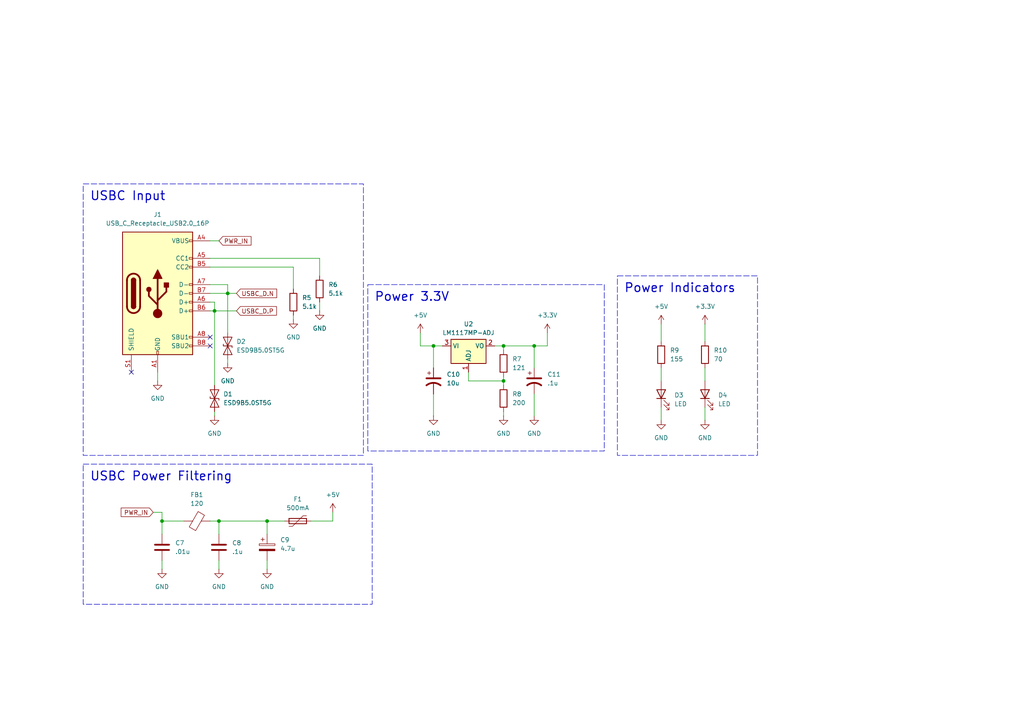
<source format=kicad_sch>
(kicad_sch (version 20250114) (generator "eeschema") (generator_version "9.0")
  (paper "A4")
  (lib_symbols
    (symbol "Connector:USB_C_Receptacle_USB2.0_16P" (pin_names (offset 1.016))
      (property "Reference" "J" (at 0 22.225 0))
      (property "Value" "USB_C_Receptacle_USB2.0_16P" (at 0 19.685 0))
      (symbol "USB_C_Receptacle_USB2.0_16P_0_0"
        (rectangle (start -0.254 -17.78) (end 0.254 -16.764))
        (rectangle (start 10.16 15.494) (end 9.144 14.986))
        (rectangle (start 10.16 10.414) (end 9.144 9.906))
        (rectangle (start 10.16 7.874) (end 9.144 7.366))
        (rectangle (start 10.16 2.794) (end 9.144 2.286))
        (rectangle (start 10.16 0.254) (end 9.144 -0.254))
        (rectangle (start 10.16 -2.286) (end 9.144 -2.794))
        (rectangle (start 10.16 -4.826) (end 9.144 -5.334))
        (rectangle (start 10.16 -12.446) (end 9.144 -12.954))
        (rectangle (start 10.16 -14.986) (end 9.144 -15.494))
      )
      (symbol "USB_C_Receptacle_USB2.0_16P_0_1"
        (rectangle (start -10.16 17.78) (end 10.16 -17.78) (stroke (width 0.254)) (fill (type background)))
        (polyline (pts (xy -8.89 -3.81) (xy -8.89 3.81)) (stroke (width 0.508)))
        (rectangle (start -7.62 -3.81) (end -6.35 3.81) (stroke (width 0.254)) (fill (type outline)))
        (arc (start -7.62 3.81) (mid -6.985 4.4423) (end -6.35 3.81) (stroke (width 0.254)))
        (arc (start -7.62 3.81) (mid -6.985 4.4423) (end -6.35 3.81) (stroke (width 0.254)) (fill (type outline)))
        (arc (start -8.89 3.81) (mid -6.985 5.7067) (end -5.08 3.81) (stroke (width 0.508)))
        (arc (start -5.08 -3.81) (mid -6.985 -5.7067) (end -8.89 -3.81) (stroke (width 0.508)))
        (arc (start -6.35 -3.81) (mid -6.985 -4.4423) (end -7.62 -3.81) (stroke (width 0.254)))
        (arc (start -6.35 -3.81) (mid -6.985 -4.4423) (end -7.62 -3.81) (stroke (width 0.254)) (fill (type outline)))
        (polyline (pts (xy -5.08 3.81) (xy -5.08 -3.81)) (stroke (width 0.508)))
        (circle (center -2.54 1.143) (radius 0.635) (stroke (width 0.254)) (fill (type outline)))
        (polyline (pts (xy -1.27 4.318) (xy 0 6.858) (xy 1.27 4.318) (xy -1.27 4.318)) (stroke (width 0.254)) (fill (type outline)))
        (polyline (pts (xy 0 -2.032) (xy 2.54 0.508) (xy 2.54 1.778)) (stroke (width 0.508)))
        (polyline (pts (xy 0 -3.302) (xy -2.54 -0.762) (xy -2.54 0.508)) (stroke (width 0.508)))
        (polyline (pts (xy 0 -5.842) (xy 0 4.318)) (stroke (width 0.508)))
        (circle (center 0 -5.842) (radius 1.27) (fill (type outline)))
        (rectangle (start 1.905 1.778) (end 3.175 3.048) (stroke (width 0.254)) (fill (type outline)))
      )
      (symbol "USB_C_Receptacle_USB2.0_16P_1_1"
        (pin passive line (at -7.62 -22.86 90) (length 5.08) (name "SHIELD") (number "S1"))
        (pin passive line (at 0 -22.86 90) (length 5.08) (name "GND") (number "A1"))
        (pin passive line (at 0 -22.86 90) (length 5.08) (hide yes) (name "GND") (number "A12"))
        (pin passive line (at 0 -22.86 90) (length 5.08) (hide yes) (name "GND") (number "B1"))
        (pin passive line (at 0 -22.86 90) (length 5.08) (hide yes) (name "GND") (number "B12"))
        (pin passive line (at 15.24 15.24 180) (length 5.08) (name "VBUS") (number "A4"))
        (pin passive line (at 15.24 15.24 180) (length 5.08) (hide yes) (name "VBUS") (number "A9"))
        (pin passive line (at 15.24 15.24 180) (length 5.08) (hide yes) (name "VBUS") (number "B4"))
        (pin passive line (at 15.24 15.24 180) (length 5.08) (hide yes) (name "VBUS") (number "B9"))
        (pin bidirectional line (at 15.24 10.16 180) (length 5.08) (name "CC1") (number "A5"))
        (pin bidirectional line (at 15.24 7.62 180) (length 5.08) (name "CC2") (number "B5"))
        (pin bidirectional line (at 15.24 2.54 180) (length 5.08) (name "D-") (number "A7"))
        (pin bidirectional line (at 15.24 0 180) (length 5.08) (name "D-") (number "B7"))
        (pin bidirectional line (at 15.24 -2.54 180) (length 5.08) (name "D+") (number "A6"))
        (pin bidirectional line (at 15.24 -5.08 180) (length 5.08) (name "D+") (number "B6"))
        (pin bidirectional line (at 15.24 -12.7 180) (length 5.08) (name "SBU1") (number "A8"))
        (pin bidirectional line (at 15.24 -15.24 180) (length 5.08) (name "SBU2") (number "B8"))
      )
    )
    (symbol "Device:C" (pin_numbers (hide yes)) (pin_names (offset 0.254))
      (property "Reference" "C" (at 0.635 2.54 0))
      (property "Value" "C" (at 0.635 -2.54 0))
      (symbol "C_0_1"
        (polyline (pts (xy -2.032 0.762) (xy 2.032 0.762)) (stroke (width 0.508)))
        (polyline (pts (xy -2.032 -0.762) (xy 2.032 -0.762)) (stroke (width 0.508)))
      )
      (symbol "C_1_1"
        (pin passive line (at 0 3.81 270) (length 2.794) (name "~") (number "1"))
        (pin passive line (at 0 -3.81 90) (length 2.794) (name "~") (number "2"))
      )
    )
    (symbol "Device:C_Polarized" (pin_numbers (hide yes)) (pin_names (offset 0.254))
      (property "Reference" "C" (at 0.635 2.54 0))
      (property "Value" "C_Polarized" (at 0.635 -2.54 0))
      (symbol "C_Polarized_0_1"
        (rectangle (start -2.286 0.508) (end 2.286 1.016))
        (polyline (pts (xy -1.778 2.286) (xy -0.762 2.286)))
        (polyline (pts (xy -1.27 2.794) (xy -1.27 1.778)))
        (rectangle (start 2.286 -0.508) (end -2.286 -1.016) (fill (type outline)))
      )
      (symbol "C_Polarized_1_1"
        (pin passive line (at 0 3.81 270) (length 2.794) (name "~") (number "1"))
        (pin passive line (at 0 -3.81 90) (length 2.794) (name "~") (number "2"))
      )
    )
    (symbol "Device:C_Polarized_US" (pin_numbers (hide yes)) (pin_names (offset 0.254) (hide yes))
      (property "Reference" "C" (at 0.635 2.54 0))
      (property "Value" "C_Polarized_US" (at 0.635 -2.54 0))
      (symbol "C_Polarized_US_0_1"
        (polyline (pts (xy -2.032 0.762) (xy 2.032 0.762)) (stroke (width 0.508)))
        (polyline (pts (xy -1.778 2.286) (xy -0.762 2.286)))
        (polyline (pts (xy -1.27 1.778) (xy -1.27 2.794)))
        (arc (start -2.032 -1.27) (mid 0 -0.5572) (end 2.032 -1.27) (stroke (width 0.508)))
      )
      (symbol "C_Polarized_US_1_1"
        (pin passive line (at 0 3.81 270) (length 2.794) (name "~") (number "1"))
        (pin passive line (at 0 -3.81 90) (length 3.302) (name "~") (number "2"))
      )
    )
    (symbol "Device:FerriteBead" (pin_numbers (hide yes)) (pin_names (offset 0))
      (property "Reference" "FB" (at -3.81 0.635 90))
      (property "Value" "FerriteBead" (at 3.81 0 90))
      (symbol "FerriteBead_0_1"
        (polyline (pts (xy -2.7686 0.4064) (xy -1.7018 2.2606) (xy 2.7686 -0.3048) (xy 1.6764 -2.159) (xy -2.7686 0.4064)))
        (polyline (pts (xy 0 1.27) (xy 0 1.2954)))
        (polyline (pts (xy 0 -1.27) (xy 0 -1.2192)))
      )
      (symbol "FerriteBead_1_1"
        (pin passive line (at 0 3.81 270) (length 2.54) (name "~") (number "1"))
        (pin passive line (at 0 -3.81 90) (length 2.54) (name "~") (number "2"))
      )
    )
    (symbol "Device:LED" (pin_numbers (hide yes)) (pin_names (offset 1.016) (hide yes))
      (property "Reference" "D" (at 0 2.54 0))
      (property "Value" "LED" (at 0 -2.54 0))
      (symbol "LED_0_1"
        (polyline (pts (xy -3.048 -0.762) (xy -4.572 -2.286) (xy -3.81 -2.286) (xy -4.572 -2.286) (xy -4.572 -1.524)))
        (polyline (pts (xy -1.778 -0.762) (xy -3.302 -2.286) (xy -2.54 -2.286) (xy -3.302 -2.286) (xy -3.302 -1.524)))
        (polyline (pts (xy -1.27 0) (xy 1.27 0)))
        (polyline (pts (xy -1.27 -1.27) (xy -1.27 1.27)) (stroke (width 0.254)))
        (polyline (pts (xy 1.27 -1.27) (xy 1.27 1.27) (xy -1.27 0) (xy 1.27 -1.27)) (stroke (width 0.254)))
      )
      (symbol "LED_1_1"
        (pin passive line (at -3.81 0 0) (length 2.54) (name "K") (number "1"))
        (pin passive line (at 3.81 0 180) (length 2.54) (name "A") (number "2"))
      )
    )
    (symbol "Device:Polyfuse" (pin_numbers (hide yes)) (pin_names (offset 0))
      (property "Reference" "F" (at -2.54 0 90))
      (property "Value" "Polyfuse" (at 2.54 0 90))
      (symbol "Polyfuse_0_1"
        (polyline (pts (xy -1.524 2.54) (xy -1.524 1.524) (xy 1.524 -1.524) (xy 1.524 -2.54)))
        (rectangle (start -0.762 2.54) (end 0.762 -2.54) (stroke (width 0.254)))
        (polyline (pts (xy 0 2.54) (xy 0 -2.54)))
      )
      (symbol "Polyfuse_1_1"
        (pin passive line (at 0 3.81 270) (length 1.27) (name "~") (number "1"))
        (pin passive line (at 0 -3.81 90) (length 1.27) (name "~") (number "2"))
      )
    )
    (symbol "Device:R" (pin_numbers (hide yes)) (pin_names (offset 0))
      (property "Reference" "R" (at 2.032 0 90))
      (property "Value" "R" (at 0 0 90))
      (symbol "R_0_1"
        (rectangle (start -1.016 -2.54) (end 1.016 2.54) (stroke (width 0.254)))
      )
      (symbol "R_1_1"
        (pin passive line (at 0 3.81 270) (length 1.27) (name "~") (number "1"))
        (pin passive line (at 0 -3.81 90) (length 1.27) (name "~") (number "2"))
      )
    )
    (symbol "Diode:ESD9B5.0ST5G" (pin_numbers (hide yes)) (pin_names (offset 1.016) (hide yes))
      (property "Reference" "D" (at 0 2.54 0))
      (property "Value" "ESD9B5.0ST5G" (at 0 -2.54 0))
      (symbol "ESD9B5.0ST5G_0_1"
        (polyline (pts (xy -2.54 -1.27) (xy 0 0) (xy -2.54 1.27) (xy -2.54 -1.27)) (stroke (width 0.2032)))
        (polyline (pts (xy 0.508 1.27) (xy 0 1.27) (xy 0 -1.27) (xy -0.508 -1.27)) (stroke (width 0.2032)))
        (polyline (pts (xy 1.27 0) (xy -1.27 0)))
        (polyline (pts (xy 2.54 1.27) (xy 2.54 -1.27) (xy 0 0) (xy 2.54 1.27)) (stroke (width 0.2032)))
      )
      (symbol "ESD9B5.0ST5G_1_1"
        (pin passive line (at -3.81 0 0) (length 2.54) (name "A1") (number "1"))
        (pin passive line (at 3.81 0 180) (length 2.54) (name "A2") (number "2"))
      )
    )
    (symbol "Regulator_Linear:LM1117MP-ADJ"
      (property "Reference" "U" (at -3.81 3.175 0))
      (property "Value" "LM1117MP-ADJ" (at 0 3.175 0))
      (symbol "LM1117MP-ADJ_0_1"
        (rectangle (start -5.08 -5.08) (end 5.08 1.905) (stroke (width 0.254)) (fill (type background)))
      )
      (symbol "LM1117MP-ADJ_1_1"
        (pin power_in line (at -7.62 0 0) (length 2.54) (name "VI") (number "3"))
        (pin input line (at 0 -7.62 90) (length 2.54) (name "ADJ") (number "1"))
        (pin power_out line (at 7.62 0 180) (length 2.54) (name "VO") (number "2"))
      )
    )
    (symbol "power:+3.3V" (power) (pin_numbers (hide yes)) (pin_names (offset 0) (hide yes))
      (property "Value" "+3.3V" (at 0 3.556 0))
      (symbol "+3.3V_0_1"
        (polyline (pts (xy -0.762 1.27) (xy 0 2.54)))
        (polyline (pts (xy 0 2.54) (xy 0.762 1.27)))
        (polyline (pts (xy 0 0) (xy 0 2.54)))
      )
      (symbol "+3.3V_1_1"
        (pin power_in line (at 0 0 90) (length 0) (name "~") (number "1"))
      )
    )
    (symbol "power:+5V" (power) (pin_numbers (hide yes)) (pin_names (offset 0) (hide yes))
      (property "Value" "+5V" (at 0 3.556 0))
      (symbol "+5V_0_1"
        (polyline (pts (xy -0.762 1.27) (xy 0 2.54)))
        (polyline (pts (xy 0 2.54) (xy 0.762 1.27)))
        (polyline (pts (xy 0 0) (xy 0 2.54)))
      )
      (symbol "+5V_1_1"
        (pin power_in line (at 0 0 90) (length 0) (name "~") (number "1"))
      )
    )
    (symbol "power:GND" (power) (pin_numbers (hide yes)) (pin_names (offset 0) (hide yes))
      (property "Value" "GND" (at 0 -3.81 0))
      (symbol "GND_0_1"
        (polyline (pts (xy 0 0) (xy 0 -1.27) (xy 1.27 -1.27) (xy 0 -2.54) (xy -1.27 -1.27) (xy 0 -1.27)))
      )
      (symbol "GND_1_1"
        (pin power_in line (at 0 0 270) (length 0) (name "~") (number "1"))
      )
    )
  )
  (text_box "USBC Input" (at 24.13 53.34 0) (size 81.28 78.74) (margins 1.905 1.905 1.905 1.905) (stroke (width 0) (type dash)) (effects (font (size 2.54 2.54) (thickness 0.3175)) (justify left top)))
  (text_box "Power 3.3V" (at 106.68 82.55 0) (size 68.58 48.26) (margins 1.905 1.905 1.905 1.905) (stroke (width 0) (type dash)) (effects (font (size 2.54 2.54) (thickness 0.3175)) (justify left top)))
  (text_box "Power Indicators" (at 179.07 80.01 0) (size 40.64 52.07) (margins 1.905 1.905 1.905 1.905) (stroke (width 0) (type dash)) (effects (font (size 2.54 2.54) (thickness 0.3175)) (justify left top)))
  (text_box "USBC Power Filtering" (at 24.13 134.62 0) (size 83.82 40.64) (margins 1.905 1.905 1.905 1.905) (stroke (width 0) (type dash)) (effects (font (size 2.54 2.54) (thickness 0.3175)) (justify left top)))
  (junction (at 154.94 100.33))
  (junction (at 46.99 151.13))
  (junction (at 63.5 151.13))
  (junction (at 146.05 100.33))
  (junction (at 66.04 85.09))
  (junction (at 62.23 90.17))
  (junction (at 77.47 151.13))
  (junction (at 125.73 100.33))
  (junction (at 146.05 110.49))
  (no_connect (at 38.1 107.95))
  (no_connect (at 60.96 100.33))
  (no_connect (at 60.96 97.79))
  (wire (pts (xy 146.05 109.22) (xy 146.05 110.49)))
  (wire (pts (xy 63.5 162.56) (xy 63.5 165.1)))
  (wire (pts (xy 77.47 151.13) (xy 77.47 154.94)))
  (wire (pts (xy 63.5 151.13) (xy 63.5 154.94)))
  (wire (pts (xy 60.96 90.17) (xy 62.23 90.17)))
  (wire (pts (xy 66.04 85.09) (xy 66.04 96.52)))
  (wire (pts (xy 62.23 119.38) (xy 62.23 120.65)))
  (wire (pts (xy 46.99 148.59) (xy 46.99 151.13)))
  (wire (pts (xy 60.96 85.09) (xy 66.04 85.09)))
  (wire (pts (xy 46.99 151.13) (xy 46.99 154.94)))
  (wire (pts (xy 60.96 77.47) (xy 85.09 77.47)))
  (wire (pts (xy 146.05 100.33) (xy 154.94 100.33)))
  (wire (pts (xy 135.89 107.95) (xy 135.89 110.49)))
  (wire (pts (xy 60.96 69.85) (xy 63.5 69.85)))
  (wire (pts (xy 204.47 93.98) (xy 204.47 99.06)))
  (wire (pts (xy 44.45 148.59) (xy 46.99 148.59)))
  (wire (pts (xy 121.92 100.33) (xy 125.73 100.33)))
  (wire (pts (xy 60.96 87.63) (xy 62.23 87.63)))
  (wire (pts (xy 90.17 151.13) (xy 96.52 151.13)))
  (wire (pts (xy 60.96 151.13) (xy 63.5 151.13)))
  (wire (pts (xy 125.73 114.3) (xy 125.73 120.65)))
  (wire (pts (xy 63.5 151.13) (xy 77.47 151.13)))
  (wire (pts (xy 96.52 148.59) (xy 96.52 151.13)))
  (wire (pts (xy 45.72 107.95) (xy 45.72 110.49)))
  (wire (pts (xy 77.47 162.56) (xy 77.47 165.1)))
  (wire (pts (xy 135.89 110.49) (xy 146.05 110.49)))
  (wire (pts (xy 204.47 118.11) (xy 204.47 121.92)))
  (wire (pts (xy 154.94 100.33) (xy 154.94 106.68)))
  (wire (pts (xy 146.05 110.49) (xy 146.05 111.76)))
  (wire (pts (xy 143.51 100.33) (xy 146.05 100.33)))
  (wire (pts (xy 204.47 106.68) (xy 204.47 110.49)))
  (wire (pts (xy 46.99 151.13) (xy 53.34 151.13)))
  (wire (pts (xy 85.09 91.44) (xy 85.09 92.71)))
  (wire (pts (xy 121.92 96.52) (xy 121.92 100.33)))
  (wire (pts (xy 191.77 93.98) (xy 191.77 99.06)))
  (wire (pts (xy 191.77 118.11) (xy 191.77 121.92)))
  (wire (pts (xy 191.77 106.68) (xy 191.77 110.49)))
  (wire (pts (xy 154.94 114.3) (xy 154.94 120.65)))
  (wire (pts (xy 66.04 82.55) (xy 66.04 85.09)))
  (wire (pts (xy 125.73 100.33) (xy 125.73 106.68)))
  (wire (pts (xy 46.99 162.56) (xy 46.99 165.1)))
  (wire (pts (xy 62.23 87.63) (xy 62.23 90.17)))
  (wire (pts (xy 146.05 119.38) (xy 146.05 120.65)))
  (wire (pts (xy 62.23 90.17) (xy 62.23 111.76)))
  (wire (pts (xy 62.23 90.17) (xy 68.58 90.17)))
  (wire (pts (xy 128.27 100.33) (xy 125.73 100.33)))
  (wire (pts (xy 60.96 82.55) (xy 66.04 82.55)))
  (wire (pts (xy 66.04 85.09) (xy 68.58 85.09)))
  (wire (pts (xy 92.71 74.93) (xy 92.71 80.01)))
  (wire (pts (xy 66.04 104.14) (xy 66.04 105.41)))
  (wire (pts (xy 154.94 100.33) (xy 158.75 100.33)))
  (wire (pts (xy 146.05 100.33) (xy 146.05 101.6)))
  (wire (pts (xy 85.09 77.47) (xy 85.09 83.82)))
  (wire (pts (xy 60.96 74.93) (xy 92.71 74.93)))
  (wire (pts (xy 158.75 96.52) (xy 158.75 100.33)))
  (wire (pts (xy 92.71 87.63) (xy 92.71 90.17)))
  (wire (pts (xy 77.47 151.13) (xy 82.55 151.13)))
  (global_label "USBC_D.N" (shape input) (at 68.58 85.09 0) (property "Intersheetrefs" "${INTERSHEET_REFS}" (effects (hide yes))))
  (global_label "USBC_D.P" (shape input) (at 68.58 90.17 0) (property "Intersheetrefs" "${INTERSHEET_REFS}" (effects (hide yes))))
  (global_label "PWR_IN" (shape input) (at 63.5 69.85 0) (property "Intersheetrefs" "${INTERSHEET_REFS}" (effects (hide yes))))
  (global_label "PWR_IN" (shape input) (at 44.45 148.59 180) (property "Intersheetrefs" "${INTERSHEET_REFS}" (effects (hide yes))))
  (symbol (lib_id "power:GND") (at 146.05 120.65 0) (unit 1)
    (property "Reference" "#PWR024" (effects (hide yes)))
    (property "Value" "GND" (at 146.05 125.73 0))
    (property "Description" "Power symbol creates a global label with name \"GND\" , ground" (effects (hide yes)))
  )
  (symbol (lib_id "Device:C_Polarized") (at 77.47 158.75 0) (unit 1)
    (property "Reference" "C9" (at 81.28 156.5909 0) (effects (justify left)))
    (property "Value" "4.7u" (at 81.28 159.1309 0) (effects (justify left)))
    (property "Footprint" "Capacitor_SMD:CP_Elec_6.3x7.7" (effects (hide yes)))
    (property "Description" "Polarized capacitor" (effects (hide yes)))
  )
  (symbol (lib_id "power:+5V") (at 96.52 148.59 0) (unit 1)
    (property "Reference" "#PWR021" (effects (hide yes)))
    (property "Value" "+5V" (at 96.52 143.51 0))
    (property "Description" "Power symbol creates a global label with name \"+5V\"" (effects (hide yes)))
  )
  (symbol (lib_id "Device:R") (at 191.77 102.87 0) (unit 1)
    (property "Reference" "R9" (at 194.31 101.5999 0) (effects (justify left)))
    (property "Value" "155" (at 194.31 104.1399 0) (effects (justify left)))
    (property "Footprint" "Resistor_SMD:R_0402_1005Metric" (effects (hide yes)))
    (property "Description" "Resistor" (effects (hide yes)))
  )
  (symbol (lib_id "Device:C") (at 63.5 158.75 0) (unit 1)
    (property "Reference" "C8" (at 67.31 157.4799 0) (effects (justify left)))
    (property "Value" ".1u" (at 67.31 160.0199 0) (effects (justify left)))
    (property "Footprint" "Capacitor_SMD:C_0603_1608Metric" (effects (hide yes)))
    (property "Description" "Unpolarized capacitor" (effects (hide yes)))
  )
  (symbol (lib_id "Diode:ESD9B5.0ST5G") (at 62.23 115.57 90) (unit 1)
    (property "Reference" "D1" (at 64.77 114.2999 90) (effects (justify right)))
    (property "Value" "ESD9B5.0ST5G" (at 64.77 116.8399 90) (effects (justify right)))
    (property "Footprint" "Diode_SMD:D_SOD-923" (effects (hide yes)))
    (property "Datasheet" "https://www.onsemi.com/pub/Collateral/ESD9B-D.PDF" (effects (hide yes)))
    (property "Description" "ESD protection diode, 5.0Vrwm, SOD-923" (effects (hide yes)))
  )
  (symbol (lib_id "power:GND") (at 45.72 110.49 0) (unit 1)
    (property "Reference" "#PWR013" (effects (hide yes)))
    (property "Value" "GND" (at 45.72 115.57 0))
    (property "Description" "Power symbol creates a global label with name \"GND\" , ground" (effects (hide yes)))
  )
  (symbol (lib_id "power:+3.3V") (at 158.75 96.52 0) (unit 1)
    (property "Reference" "#PWR026" (effects (hide yes)))
    (property "Value" "+3.3V" (at 158.75 91.44 0))
    (property "Description" "Power symbol creates a global label with name \"+3.3V\"" (effects (hide yes)))
  )
  (symbol (lib_id "power:GND") (at 63.5 165.1 0) (unit 1)
    (property "Reference" "#PWR016" (effects (hide yes)))
    (property "Value" "GND" (at 63.5 170.18 0))
    (property "Description" "Power symbol creates a global label with name \"GND\" , ground" (effects (hide yes)))
  )
  (symbol (lib_id "Connector:USB_C_Receptacle_USB2.0_16P") (at 45.72 85.09 0) (unit 1)
    (property "Reference" "J1" (at 45.72 62.23 0))
    (property "Value" "USB_C_Receptacle_USB2.0_16P" (at 45.72 64.77 0))
    (property "Footprint" "Connector_USB:USB_C_Receptacle_Palconn_UTC16-G" (effects (hide yes)))
    (property "Datasheet" "https://www.usb.org/sites/default/files/documents/usb_type-c.zip" (effects (hide yes)))
    (property "Description" "USB 2.0-only 16P Type-C Receptacle connector" (effects (hide yes)))
  )
  (symbol (lib_id "Device:LED") (at 191.77 114.3 90) (unit 1)
    (property "Reference" "D3" (at 195.58 114.6174 90) (effects (justify right)))
    (property "Value" "LED" (at 195.58 117.1574 90) (effects (justify right)))
    (property "Footprint" "LED_SMD:LED_0402_1005Metric" (effects (hide yes)))
    (property "Description" "Light emitting diode" (effects (hide yes)))
  )
  (symbol (lib_id "Device:C_Polarized_US") (at 125.73 110.49 0) (unit 1)
    (property "Reference" "C10" (at 129.54 108.5849 0) (effects (justify left)))
    (property "Value" "10u" (at 129.54 111.1249 0) (effects (justify left)))
    (property "Footprint" "Capacitor_SMD:CP_Elec_6.3x7.7" (effects (hide yes)))
    (property "Description" "Polarized capacitor, US symbol" (effects (hide yes)))
  )
  (symbol (lib_id "power:+3.3V") (at 204.47 93.98 0) (unit 1)
    (property "Reference" "#PWR029" (effects (hide yes)))
    (property "Value" "+3.3V" (at 204.47 88.9 0))
    (property "Description" "Power symbol creates a global label with name \"+3.3V\"" (effects (hide yes)))
  )
  (symbol (lib_id "power:GND") (at 92.71 90.17 0) (unit 1)
    (property "Reference" "#PWR020" (effects (hide yes)))
    (property "Value" "GND" (at 92.71 95.25 0))
    (property "Description" "Power symbol creates a global label with name \"GND\" , ground" (effects (hide yes)))
  )
  (symbol (lib_id "Regulator_Linear:LM1117MP-ADJ") (at 135.89 100.33 0) (unit 1)
    (property "Reference" "U2" (at 135.89 93.98 0))
    (property "Value" "LM1117MP-ADJ" (at 135.89 96.52 0))
    (property "Footprint" "Package_TO_SOT_SMD:SOT-223" (effects (hide yes)))
    (property "Datasheet" "http://www.ti.com/lit/ds/symlink/lm1117.pdf" (effects (hide yes)))
    (property "Description" "800mA Low-Dropout Linear Regulator, adjustable output, SOT-223" (effects (hide yes)))
  )
  (symbol (lib_id "Device:Polyfuse") (at 86.36 151.13 90) (unit 1)
    (property "Reference" "F1" (at 86.36 144.78 90))
    (property "Value" "500mA" (at 86.36 147.32 90))
    (property "Footprint" "Fuse:Fuse_1812_4532Metric" (effects (hide yes)))
    (property "Description" "Resettable fuse, polymeric positive temperature coefficient" (effects (hide yes)))
  )
  (symbol (lib_id "Device:R") (at 92.71 83.82 0) (unit 1)
    (property "Reference" "R6" (at 95.25 82.5499 0) (effects (justify left)))
    (property "Value" "5.1k" (at 95.25 85.0899 0) (effects (justify left)))
    (property "Footprint" "Resistor_SMD:R_0402_1005Metric" (effects (hide yes)))
    (property "Description" "Resistor" (effects (hide yes)))
  )
  (symbol (lib_id "power:GND") (at 66.04 105.41 0) (unit 1)
    (property "Reference" "#PWR017" (effects (hide yes)))
    (property "Value" "GND" (at 66.04 110.49 0))
    (property "Description" "Power symbol creates a global label with name \"GND\" , ground" (effects (hide yes)))
  )
  (symbol (lib_id "Diode:ESD9B5.0ST5G") (at 66.04 100.33 90) (unit 1)
    (property "Reference" "D2" (at 68.58 99.0599 90) (effects (justify right)))
    (property "Value" "ESD9B5.0ST5G" (at 68.58 101.5999 90) (effects (justify right)))
    (property "Footprint" "Diode_SMD:D_SOD-923" (effects (hide yes)))
    (property "Datasheet" "https://www.onsemi.com/pub/Collateral/ESD9B-D.PDF" (effects (hide yes)))
    (property "Description" "ESD protection diode, 5.0Vrwm, SOD-923" (effects (hide yes)))
  )
  (symbol (lib_id "power:GND") (at 77.47 165.1 0) (unit 1)
    (property "Reference" "#PWR018" (effects (hide yes)))
    (property "Value" "GND" (at 77.47 170.18 0))
    (property "Description" "Power symbol creates a global label with name \"GND\" , ground" (effects (hide yes)))
  )
  (symbol (lib_id "power:GND") (at 62.23 120.65 0) (unit 1)
    (property "Reference" "#PWR015" (effects (hide yes)))
    (property "Value" "GND" (at 62.23 125.73 0))
    (property "Description" "Power symbol creates a global label with name \"GND\" , ground" (effects (hide yes)))
  )
  (symbol (lib_id "Device:R") (at 204.47 102.87 0) (unit 1)
    (property "Reference" "R10" (at 207.01 101.5999 0) (effects (justify left)))
    (property "Value" "70" (at 207.01 104.1399 0) (effects (justify left)))
    (property "Footprint" "Resistor_SMD:R_0402_1005Metric" (effects (hide yes)))
    (property "Description" "Resistor" (effects (hide yes)))
  )
  (symbol (lib_id "power:+5V") (at 121.92 96.52 0) (unit 1)
    (property "Reference" "#PWR022" (effects (hide yes)))
    (property "Value" "+5V" (at 121.92 91.44 0))
    (property "Description" "Power symbol creates a global label with name \"+5V\"" (effects (hide yes)))
  )
  (symbol (lib_id "Device:C_Polarized_US") (at 154.94 110.49 0) (unit 1)
    (property "Reference" "C11" (at 158.75 108.5849 0) (effects (justify left)))
    (property "Value" ".1u" (at 158.75 111.1249 0) (effects (justify left)))
    (property "Footprint" "Capacitor_SMD:CP_Elec_6.3x7.7" (effects (hide yes)))
    (property "Description" "Polarized capacitor, US symbol" (effects (hide yes)))
  )
  (symbol (lib_id "power:GND") (at 85.09 92.71 0) (unit 1)
    (property "Reference" "#PWR019" (effects (hide yes)))
    (property "Value" "GND" (at 85.09 97.79 0))
    (property "Description" "Power symbol creates a global label with name \"GND\" , ground" (effects (hide yes)))
  )
  (symbol (lib_id "Device:FerriteBead") (at 57.15 151.13 90) (unit 1)
    (property "Reference" "FB1" (at 57.0992 143.51 90))
    (property "Value" "120" (at 57.0992 146.05 90))
    (property "Footprint" "Inductor_SMD:L_0603_1608Metric" (effects (hide yes)))
    (property "Description" "Ferrite bead" (effects (hide yes)))
  )
  (symbol (lib_id "Device:R") (at 146.05 115.57 0) (unit 1)
    (property "Reference" "R8" (at 148.59 114.2999 0) (effects (justify left)))
    (property "Value" "200" (at 148.59 116.8399 0) (effects (justify left)))
    (property "Footprint" "Resistor_SMD:R_0402_1005Metric" (effects (hide yes)))
    (property "Description" "Resistor" (effects (hide yes)))
  )
  (symbol (lib_id "power:GND") (at 46.99 165.1 0) (unit 1)
    (property "Reference" "#PWR014" (effects (hide yes)))
    (property "Value" "GND" (at 46.99 170.18 0))
    (property "Description" "Power symbol creates a global label with name \"GND\" , ground" (effects (hide yes)))
  )
  (symbol (lib_id "power:GND") (at 154.94 120.65 0) (unit 1)
    (property "Reference" "#PWR025" (effects (hide yes)))
    (property "Value" "GND" (at 154.94 125.73 0))
    (property "Description" "Power symbol creates a global label with name \"GND\" , ground" (effects (hide yes)))
  )
  (symbol (lib_id "Device:LED") (at 204.47 114.3 90) (unit 1)
    (property "Reference" "D4" (at 208.28 114.6174 90) (effects (justify right)))
    (property "Value" "LED" (at 208.28 117.1574 90) (effects (justify right)))
    (property "Footprint" "LED_SMD:LED_0402_1005Metric" (effects (hide yes)))
    (property "Description" "Light emitting diode" (effects (hide yes)))
  )
  (symbol (lib_id "power:GND") (at 204.47 121.92 0) (unit 1)
    (property "Reference" "#PWR030" (effects (hide yes)))
    (property "Value" "GND" (at 204.47 127 0))
    (property "Description" "Power symbol creates a global label with name \"GND\" , ground" (effects (hide yes)))
  )
  (symbol (lib_id "power:GND") (at 191.77 121.92 0) (unit 1)
    (property "Reference" "#PWR028" (effects (hide yes)))
    (property "Value" "GND" (at 191.77 127 0))
    (property "Description" "Power symbol creates a global label with name \"GND\" , ground" (effects (hide yes)))
  )
  (symbol (lib_id "Device:C") (at 46.99 158.75 0) (unit 1)
    (property "Reference" "C7" (at 50.8 157.4799 0) (effects (justify left)))
    (property "Value" ".01u" (at 50.8 160.0199 0) (effects (justify left)))
    (property "Footprint" "Capacitor_SMD:C_0603_1608Metric" (effects (hide yes)))
    (property "Description" "Unpolarized capacitor" (effects (hide yes)))
  )
  (symbol (lib_id "Device:R") (at 146.05 105.41 0) (unit 1)
    (property "Reference" "R7" (at 148.59 104.1399 0) (effects (justify left)))
    (property "Value" "121" (at 148.59 106.6799 0) (effects (justify left)))
    (property "Footprint" "Resistor_SMD:R_0402_1005Metric" (effects (hide yes)))
    (property "Description" "Resistor" (effects (hide yes)))
  )
  (symbol (lib_id "power:+5V") (at 191.77 93.98 0) (unit 1)
    (property "Reference" "#PWR027" (effects (hide yes)))
    (property "Value" "+5V" (at 191.77 88.9 0))
    (property "Description" "Power symbol creates a global label with name \"+5V\"" (effects (hide yes)))
  )
  (symbol (lib_id "Device:R") (at 85.09 87.63 0) (unit 1)
    (property "Reference" "R5" (at 87.63 86.3599 0) (effects (justify left)))
    (property "Value" "5.1k" (at 87.63 88.8999 0) (effects (justify left)))
    (property "Footprint" "Resistor_SMD:R_0402_1005Metric" (effects (hide yes)))
    (property "Description" "Resistor" (effects (hide yes)))
  )
  (symbol (lib_id "power:GND") (at 125.73 120.65 0) (unit 1)
    (property "Reference" "#PWR023" (effects (hide yes)))
    (property "Value" "GND" (at 125.73 125.73 0))
    (property "Description" "Power symbol creates a global label with name \"GND\" , ground" (effects (hide yes)))
  )
)
</source>
